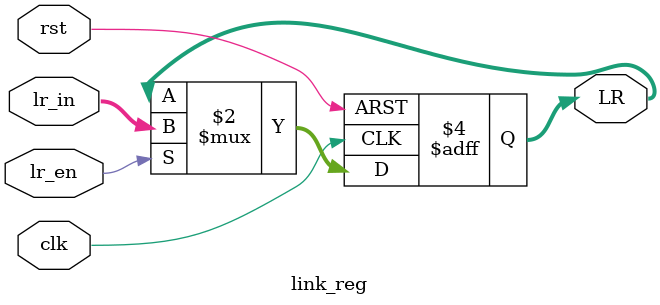
<source format=v>
module link_reg 					
 (    
	input		rst,
	input 		clk,
       
	input 		lr_en, 		// write port  
	input 		[7:0]	lr_in,  
        
	output 	reg [7:0]	LR		//read port
 );  
 
	always @ (posedge clk or posedge rst) begin 	

		if(rst) begin  				//resets registers
		LR <= 8'b0;
		end

		else begin					
			if(lr_en) begin  	
				LR <= lr_in;  	//writes new values to link_reg
			end  
		end  
	end

endmodule

</source>
